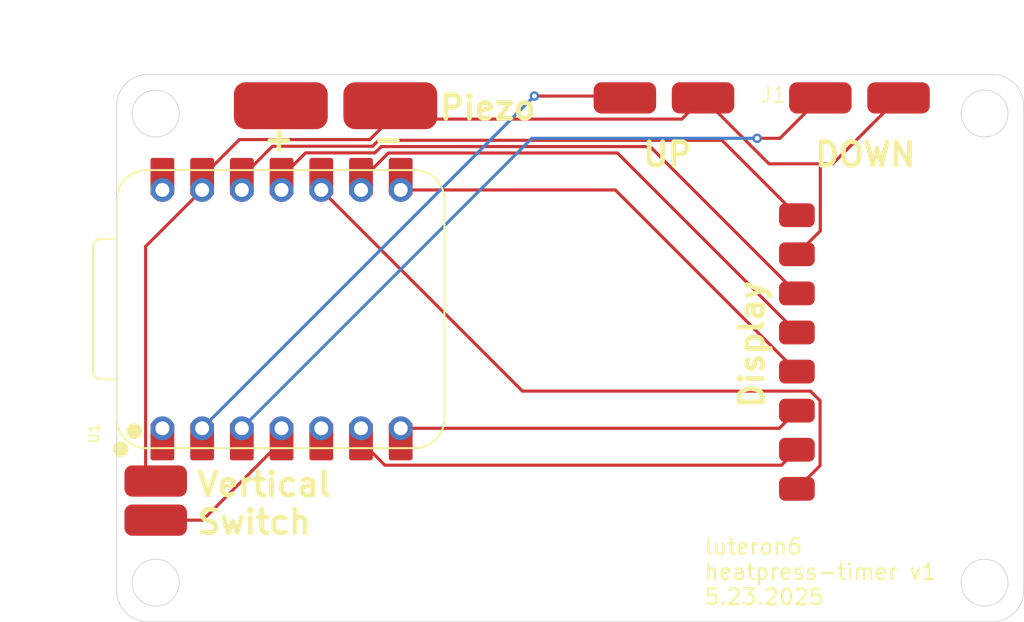
<source format=kicad_pcb>
(kicad_pcb (version 20240108) (generator "pcbnew") (generator_version "8.0")
  (layers (0 "F.Cu" signal) (31 "B.Cu" signal) (34 "B.Paste" user) (35 "F.Paste" user) (36 "B.SilkS" user "B.Silkscreen") (37 "F.SilkS" user "F.Silkscreen") (38 "B.Mask" user) (39 "F.Mask" user) (44 "Edge.Cuts" user))
  (net 0 "")
  (net 1 "TRIG")
  (net 2 "GND")
  (net 3 "DC")
  (net 4 "UP")
  (net 5 "PIEZO")
  (net 6 "CLK")
  (net 7 "BL")
  (net 8 "RST")
  (net 9 "DIN")
  (net 10 "CS")
  (net 11 "VCC")
  (net 12 "DWN")
  (net 13 "unconnected-(U1-VBUS-Pad14)")
  (net 14 "unconnected-(U1-GPIO0{slash}A0{slash}D0-Pad1)")
  (net 15 "unconnected-(U1-GPIO22{slash}D4{slash}SDA-Pad5)")
  (footprint "custom-library:2-pin pads" (layer "F.Cu") (at 85.5 46.5)
    (property "Reference" "SW1")
    (property "Value" "Switch")
    (pad "1" smd roundrect (at -3 5 90) (size 2 4) (layers "F.Cu" "F.Paste" "F.Mask") (net 4 "UP"))
    (pad "2" smd roundrect (at 2 5 90) (size 2 4) (layers "F.Cu" "F.Paste" "F.Mask") (net 2 "GND"))
  )
  (footprint "custom-library:Buzzer" (layer "F.Cu") (at 64.5 47)
    (property "Reference" "J2")
    (property "Value" "Piezo")
    (pad "1" smd roundrect (at -4 5 90) (size 3 6) (layers "F.Cu" "F.Paste" "F.Mask") (net 5 "PIEZO"))
    (pad "2" smd roundrect (at 3 5 90) (size 3 6) (layers "F.Cu" "F.Paste" "F.Mask") (net 2 "GND"))
  )
  (footprint "custom-library:8-pin pads" (layer "F.Cu") (at 92 65.5)
    (property "Reference" "J1" (at 0 -14.2 0) (layer "F.SilkS") (effects (font (thickness 0.1))))
    (property "Value" "2\" SPI ST7789VW Display")
    (pad "1" smd roundrect (at 1.5 -6.5) (size 2.286 1.524) (layers "F.Cu" "F.Paste" "F.Mask") (net 11 "VCC"))
    (pad "2" smd roundrect (at 1.5 -4) (size 2.286 1.524) (layers "F.Cu" "F.Paste" "F.Mask") (net 2 "GND"))
    (pad "3" smd roundrect (at 1.5 -1.5) (size 2.286 1.524) (layers "F.Cu" "F.Paste" "F.Mask") (net 9 "DIN"))
    (pad "4" smd roundrect (at 1.5 1) (size 2.286 1.524) (layers "F.Cu" "F.Paste" "F.Mask") (net 6 "CLK"))
    (pad "5" smd roundrect (at 1.5 3.5) (size 2.286 1.524) (layers "F.Cu" "F.Paste" "F.Mask") (net 10 "CS"))
    (pad "6" smd roundrect (at 1.5 6) (size 2.286 1.524) (layers "F.Cu" "F.Paste" "F.Mask") (net 3 "DC"))
    (pad "7" smd roundrect (at 1.5 8.5) (size 2.286 1.524) (layers "F.Cu" "F.Paste" "F.Mask") (net 8 "RST"))
    (pad "8" smd roundrect (at 1.5 11) (size 2.286 1.524) (layers "F.Cu" "F.Paste" "F.Mask") (net 7 "BL"))
  )
  (footprint "Seeed Studio XIAO Series Library:XIAO-ESP32C6-DIP" (layer "F.Cu") (at 60.5461 64.9619 90)
    (property "Reference" "U1" (at -8 -12 90) (layer "F.SilkS") (effects (font (size 0.635 0.635) (thickness 0.1016))))
    (property "Value" "XIAO-ESP32-C6")
    (fp_line (start -4.036272 -12.051) (end 3.959 -12.051) (stroke (width 0.127)) (layer "F.SilkS"))
    (fp_line (start 4.459 -11.551) (end 4.459 -10.541) (stroke (width 0.127)) (layer "F.SilkS"))
    (fp_line (start 6.94 -10.541) (end -7.03 -10.541) (stroke (width 0.1)) (layer "F.SilkS"))
    (fp_line (start 6.94 -10.541) (end -7.03 -10.541) (stroke (width 0.127)) (layer "F.SilkS"))
    (fp_line (start -4.54 -10.541) (end -4.536272 -11.551272) (stroke (width 0.127)) (layer "F.SilkS"))
    (fp_line (start 8.845 8.509) (end 8.845 -8.636) (stroke (width 0.127)) (layer "F.SilkS"))
    (fp_line (start -8.935 8.509) (end -8.935 -8.636) (stroke (width 0.127)) (layer "F.SilkS"))
    (fp_line (start -7.03 10.414) (end 6.94 10.414) (stroke (width 0.127)) (layer "F.SilkS"))
    (fp_arc (start 3.959 -12.051) (mid 4.312553 -11.904553) (end 4.459 -11.551) (stroke (width 0.127)) (layer "F.SilkS"))
    (fp_arc (start -4.536272 -11.551272) (mid -4.389724 -11.904644) (end -4.036272 -12.051) (stroke (width 0.127)) (layer "F.SilkS"))
    (fp_arc (start 6.94 -10.541) (mid 8.287038 -9.983038) (end 8.845 -8.636) (stroke (width 0.127)) (layer "F.SilkS"))
    (fp_arc (start -8.935 -8.636) (mid -8.377038 -9.983038) (end -7.03 -10.541) (stroke (width 0.127)) (layer "F.SilkS"))
    (fp_arc (start 8.845 8.509) (mid 8.287038 9.856038) (end 6.94 10.414) (stroke (width 0.127)) (layer "F.SilkS"))
    (fp_arc (start -7.03 10.414) (mid -8.377038 9.856038) (end -8.935 8.509) (stroke (width 0.127)) (layer "F.SilkS"))
    (fp_circle (center -8.995 -10.3) (end -8.995 -10.554) (stroke (width 0.5)) (fill solid) (layer "F.SilkS"))
    (fp_circle (center -7.852 -9.42) (end -7.852 -9.674) (stroke (width 0.5)) (fill solid) (layer "F.SilkS"))
    (pad "1" smd roundrect (at -8.5 -7.62 270) (size 2.432 1.524) (layers "F.Cu" "F.Mask") (roundrect_rratio 0.1) (net 14 "unconnected-(U1-GPIO0{slash}A0{slash}D0-Pad1)"))
    (pad "1" thru_hole circle (at -7.665 -7.62 270) (size 1.524 1.524) (drill 0.889) (layers "*.Cu" "*.Mask") (net 14 "unconnected-(U1-GPIO0{slash}A0{slash}D0-Pad1)"))
    (pad "2" smd roundrect (at -8.5 -5.08 270) (size 2.432 1.524) (layers "F.Cu" "F.Mask") (roundrect_rratio 0.1) (net 4 "UP"))
    (pad "2" thru_hole circle (at -7.665 -5.08 270) (size 1.524 1.524) (drill 0.889) (layers "*.Cu" "*.Mask") (net 4 "UP"))
    (pad "3" smd roundrect (at -8.5 -2.54 270) (size 2.432 1.524) (layers "F.Cu" "F.Mask") (roundrect_rratio 0.1) (net 12 "DWN"))
    (pad "3" thru_hole circle (at -7.665 -2.54 270) (size 1.524 1.524) (drill 0.889) (layers "*.Cu" "*.Mask") (net 12 "DWN"))
    (pad "4" smd roundrect (at -8.5 0 270) (size 2.432 1.524) (layers "F.Cu" "F.Mask") (roundrect_rratio 0.1) (net 1 "TRIG"))
    (pad "4" thru_hole circle (at -7.665 0 270) (size 1.524 1.524) (drill 0.889) (layers "*.Cu" "*.Mask") (net 1 "TRIG"))
    (pad "5" smd roundrect (at -8.5 2.54 270) (size 2.432 1.524) (layers "F.Cu" "F.Mask") (roundrect_rratio 0.1) (net 15 "unconnected-(U1-GPIO22{slash}D4{slash}SDA-Pad5)"))
    (pad "5" thru_hole circle (at -7.665 2.54 270) (size 1.524 1.524) (drill 0.889) (layers "*.Cu" "*.Mask") (net 15 "unconnected-(U1-GPIO22{slash}D4{slash}SDA-Pad5)"))
    (pad "6" smd roundrect (at -8.5 5.08 270) (size 2.432 1.524) (layers "F.Cu" "F.Mask") (roundrect_rratio 0.1) (net 8 "RST"))
    (pad "6" thru_hole circle (at -7.665 5.08 270) (size 1.524 1.524) (drill 0.889) (layers "*.Cu" "*.Mask") (net 8 "RST"))
    (pad "7" smd roundrect (at -8.5 7.62 270) (size 2.432 1.524) (layers "F.Cu" "F.Mask") (roundrect_rratio 0.1) (net 3 "DC"))
    (pad "7" thru_hole circle (at -7.665 7.62 270) (size 1.524 1.524) (drill 0.889) (layers "*.Cu" "*.Mask") (net 3 "DC"))
    (pad "8" thru_hole circle (at 7.575 7.62 90) (size 1.524 1.524) (drill 0.889) (layers "*.Cu" "*.Mask") (net 10 "CS"))
    (pad "8" smd roundrect (at 8.41 7.62 90) (size 2.432 1.524) (layers "F.Cu" "F.Mask") (roundrect_rratio 0.1) (net 10 "CS"))
    (pad "9" thru_hole circle (at 7.575 5.08 90) (size 1.524 1.524) (drill 0.889) (layers "*.Cu" "*.Mask") (net 6 "CLK"))
    (pad "9" smd roundrect (at 8.41 5.08 90) (size 2.432 1.524) (layers "F.Cu" "F.Mask") (roundrect_rratio 0.1) (net 6 "CLK"))
    (pad "10" thru_hole circle (at 7.575 2.54 90) (size 1.524 1.524) (drill 0.889) (layers "*.Cu" "*.Mask") (net 7 "BL"))
    (pad "10" smd roundrect (at 8.41 2.54 90) (size 2.432 1.524) (layers "F.Cu" "F.Mask") (roundrect_rratio 0.1) (net 7 "BL"))
    (pad "11" thru_hole circle (at 7.575 0 90) (size 1.524 1.524) (drill 0.889) (layers "*.Cu" "*.Mask") (net 9 "DIN"))
    (pad "11" smd roundrect (at 8.41 0 90) (size 2.432 1.524) (layers "F.Cu" "F.Mask") (roundrect_rratio 0.1) (net 9 "DIN"))
    (pad "12" thru_hole circle (at 7.575 -2.54 90) (size 1.524 1.524) (drill 0.889) (layers "*.Cu" "*.Mask") (net 11 "VCC"))
    (pad "12" smd roundrect (at 8.41 -2.54 90) (size 2.432 1.524) (layers "F.Cu" "F.Mask") (roundrect_rratio 0.1) (net 11 "VCC"))
    (pad "13" thru_hole circle (at 7.575 -5.08 90) (size 1.524 1.524) (drill 0.889) (layers "*.Cu" "*.Mask") (net 2 "GND"))
    (pad "13" smd roundrect (at 8.41 -5.08 90) (size 2.432 1.524) (layers "F.Cu" "F.Mask") (roundrect_rratio 0.1) (net 2 "GND"))
    (pad "14" thru_hole circle (at 7.575 -7.62 90) (size 1.524 1.524) (drill 0.889) (layers "*.Cu" "*.Mask") (net 13 "unconnected-(U1-VBUS-Pad14)"))
    (pad "14" smd roundrect (at 8.41 -7.62 90) (size 2.432 1.524) (layers "F.Cu" "F.Mask") (roundrect_rratio 0.1) (net 13 "unconnected-(U1-VBUS-Pad14)"))
  )
  (footprint "custom-library:Vertical Switch" (layer "F.Cu") (at 50.5 71)
    (property "Reference" "SW3")
    (property "Value" "Vertical Limit Switch")
    (pad "1" smd roundrect (at 2 7.5 90) (size 2 4) (layers "F.Cu" "F.Paste" "F.Mask") (net 1 "TRIG"))
    (pad "2" smd roundrect (at 2 5 90) (size 2 4) (layers "F.Cu" "F.Paste" "F.Mask") (net 2 "GND"))
  )
  (footprint "custom-library:2-pin pads" (layer "F.Cu") (at 98 46.5)
    (property "Reference" "SW2")
    (property "Value" "Switch")
    (pad "1" smd roundrect (at -3 5 90) (size 2 4) (layers "F.Cu" "F.Paste" "F.Mask") (net 12 "DWN"))
    (pad "2" smd roundrect (at 2 5 90) (size 2 4) (layers "F.Cu" "F.Paste" "F.Mask") (net 2 "GND"))
  )
  (gr_circle (center 52.5 82.5) (end 54 82.5) (stroke (width 0.05)) (fill none) (layer "Edge.Cuts"))
  (gr_circle (center 52.5 52.5) (end 54 52.5) (stroke (width 0.05)) (fill none) (layer "Edge.Cuts"))
  (gr_arc (start 106 50) (mid 107.414214 50.585786) (end 108 52) (stroke (width 0.05)) (layer "Edge.Cuts"))
  (gr_line (start 50 83) (end 50 52) (stroke (width 0.05)) (layer "Edge.Cuts"))
  (gr_circle (center 105.5 52.5) (end 107 52.5) (stroke (width 0.05)) (fill none) (layer "Edge.Cuts"))
  (gr_line (start 108 52) (end 108 83) (stroke (width 0.05)) (layer "Edge.Cuts"))
  (gr_arc (start 108 83) (mid 107.414214 84.414214) (end 106 85) (stroke (width 0.05)) (layer "Edge.Cuts"))
  (gr_arc (start 50 52) (mid 50.585786 50.585786) (end 52 50) (stroke (width 0.05)) (layer "Edge.Cuts"))
  (gr_arc (start 52 85) (mid 50.585786 84.414214) (end 50 83) (stroke (width 0.05)) (layer "Edge.Cuts"))
  (gr_line (start 52 50) (end 106 50) (stroke (width 0.05)) (layer "Edge.Cuts"))
  (gr_line (start 106 85) (end 52 85) (stroke (width 0.05)) (layer "Edge.Cuts"))
  (gr_circle (center 105.5 82.5) (end 107 82.5) (stroke (width 0.05)) (fill none) (layer "Edge.Cuts"))
  (gr_text "Display" (at 91.5 71.5 90) (layer "F.SilkS") (effects (font (size 1.5 1.5) (thickness 0.3) (bold yes)) (justify left bottom)))
  (gr_text "DOWN" (at 94.5 56 0) (layer "F.SilkS") (effects (font (size 1.5 1.5) (thickness 0.3) (bold yes)) (justify left bottom)))
  (gr_text "UP" (at 83.5 56 -0) (layer "F.SilkS") (effects (font (size 1.5 1.5) (thickness 0.3) (bold yes)) (justify left bottom)))
  (gr_text "-" (at 68.5 55 0) (layer "F.SilkS") (effects (font (size 1.5 1.5) (thickness 0.3) (bold yes)) (justify left bottom mirror)))
  (gr_text "+" (at 61.5 55 0) (layer "F.SilkS") (effects (font (size 1.5 1.5) (thickness 0.3) (bold yes)) (justify left bottom mirror)))
  (gr_text "luteron6\nheatpress-timer v1\n5.23.2025" (at 87.5 84 0) (layer "F.SilkS") (effects (font (size 1 1)) (justify left bottom)))
  (gr_text "Piezo" (at 70.5 53 0) (layer "F.SilkS") (effects (font (size 1.5 1.5) (thickness 0.3) (bold yes)) (justify left bottom)))
  (gr_text "Vertical\nSwitch" (at 55 79.5 0) (layer "F.SilkS") (effects (font (size 1.5 1.5) (thickness 0.3) (bold yes)) (justify left bottom)))
  (segment (start 60.5461 72.6269) (end 60.5461 73.4619) (width 0.2) (layer "F.Cu") (net 1))
  (segment (start 52.5 78.5) (end 55.508 78.5) (width 0.2) (layer "F.Cu") (net 1))
  (segment (start 55.508 78.5) (end 60.5461 73.4619) (width 0.2) (layer "F.Cu") (net 1))
  (segment (start 66.1909 54.1641) (end 57.8539 54.1641) (width 0.2) (layer "F.Cu") (net 2))
  (segment (start 94.9991 60.0009) (end 93.5 61.5) (width 0.2) (layer "F.Cu") (net 2))
  (segment (start 94.9991 55.7157) (end 91.7157 55.7157) (width 0.2) (layer "F.Cu") (net 2))
  (segment (start 91.7157 55.7157) (end 87.5 51.5) (width 0.2) (layer "F.Cu") (net 2))
  (segment (start 51.8539 75.3539) (end 51.8539 60.9991) (width 0.2) (layer "F.Cu") (net 2))
  (segment (start 86.145 52.855) (end 87.5 51.5) (width 0.2) (layer "F.Cu") (net 2))
  (segment (start 67.5 52.855) (end 66.1909 54.1641) (width 0.2) (layer "F.Cu") (net 2))
  (segment (start 94.9991 55.7157) (end 94.9991 60.0009) (width 0.2) (layer "F.Cu") (net 2))
  (segment (start 52.5 76) (end 51.8539 75.3539) (width 0.2) (layer "F.Cu") (net 2))
  (segment (start 67.5 52.855) (end 67.5 52) (width 0.2) (layer "F.Cu") (net 2))
  (segment (start 100 51.5) (end 95.7843 55.7157) (width 0.2) (layer "F.Cu") (net 2))
  (segment (start 55.4661 57.3869) (end 55.4661 56.5519) (width 0.2) (layer "F.Cu") (net 2))
  (segment (start 57.8539 54.1641) (end 55.4661 56.5519) (width 0.2) (layer "F.Cu") (net 2))
  (segment (start 95.7843 55.7157) (end 94.9991 55.7157) (width 0.2) (layer "F.Cu") (net 2))
  (segment (start 67.5 52.855) (end 86.145 52.855) (width 0.2) (layer "F.Cu") (net 2))
  (segment (start 51.8539 60.9991) (end 55.4661 57.3869) (width 0.2) (layer "F.Cu") (net 2))
  (segment (start 92.3731 72.6269) (end 93.5 71.5) (width 0.2) (layer "F.Cu") (net 3))
  (segment (start 68.1661 72.6269) (end 92.3731 72.6269) (width 0.2) (layer "F.Cu") (net 3))
  (segment (start 68.1661 72.6269) (end 68.1661 73.4619) (width 0.2) (layer "F.Cu") (net 3))
  (segment (start 55.4661 73.4619) (end 55.4661 72.6269) (width 0.2) (layer "F.Cu") (net 4))
  (segment (start 82.3825 51.3825) (end 76.7105 51.3825) (width 0.2) (layer "F.Cu") (net 4))
  (segment (start 82.5 51.5) (end 82.3825 51.3825) (width 0.2) (layer "F.Cu") (net 4))
  (via (at 76.7105 51.3825) (size 0.6) (drill 0.3) (layers "F.Cu" "B.Cu") (net 4))
  (segment (start 55.4661 72.6269) (end 76.7105 51.3825) (width 0.2) (layer "B.Cu") (net 4))
  (segment (start 82.0238 55.0238) (end 93.5 66.5) (width 0.2) (layer "F.Cu") (net 6))
  (segment (start 65.6261 56.8064) (end 65.6261 56.7756) (width 0.2) (layer "F.Cu") (net 6))
  (segment (start 67.3779 55.0238) (end 82.0238 55.0238) (width 0.2) (layer "F.Cu") (net 6))
  (segment (start 65.6261 56.7756) (end 67.3779 55.0238) (width 0.2) (layer "F.Cu") (net 6))
  (segment (start 65.6261 56.8064) (end 65.6261 57.3869) (width 0.2) (layer "F.Cu") (net 6))
  (segment (start 65.6261 56.5519) (end 65.6261 56.8064) (width 0.2) (layer "F.Cu") (net 6))
  (segment (start 94.3696 70.25) (end 75.9492 70.25) (width 0.2) (layer "F.Cu") (net 7))
  (segment (start 75.9492 70.25) (end 63.0861 57.3869) (width 0.2) (layer "F.Cu") (net 7))
  (segment (start 94.9837 70.8641) (end 94.3696 70.25) (width 0.2) (layer "F.Cu") (net 7))
  (segment (start 94.9837 75.0163) (end 94.9837 70.8641) (width 0.2) (layer "F.Cu") (net 7))
  (segment (start 93.5 76.5) (end 94.9837 75.0163) (width 0.2) (layer "F.Cu") (net 7))
  (segment (start 63.0861 56.5519) (end 63.0861 57.3869) (width 0.2) (layer "F.Cu") (net 7))
  (segment (start 65.6261 73.4619) (end 67.1517 74.9875) (width 0.2) (layer "F.Cu") (net 8))
  (segment (start 92.5125 74.9875) (end 93.5 74) (width 0.2) (layer "F.Cu") (net 8))
  (segment (start 67.1517 74.9875) (end 92.5125 74.9875) (width 0.2) (layer "F.Cu") (net 8))
  (segment (start 65.6261 72.6269) (end 65.6261 73.4619) (width 0.2) (layer "F.Cu") (net 8))
  (segment (start 84.1123 54.6123) (end 66.9197 54.6123) (width 0.2) (layer "F.Cu") (net 9))
  (segment (start 60.5461 57.3869) (end 60.5461 56.5519) (width 0.2) (layer "F.Cu") (net 9))
  (segment (start 62.084 55.014) (end 60.5461 56.5519) (width 0.2) (layer "F.Cu") (net 9))
  (segment (start 66.9197 54.6123) (end 66.518 55.014) (width 0.2) (layer "F.Cu") (net 9))
  (segment (start 66.518 55.014) (end 62.084 55.014) (width 0.2) (layer "F.Cu") (net 9))
  (segment (start 93.5 64) (end 84.1123 54.6123) (width 0.2) (layer "F.Cu") (net 9))
  (segment (start 68.1661 56.5519) (end 68.1661 57.3869) (width 0.2) (layer "F.Cu") (net 10))
  (segment (start 81.8869 57.3869) (end 93.5 69) (width 0.2) (layer "F.Cu") (net 10))
  (segment (start 68.1661 57.3869) (end 81.8869 57.3869) (width 0.2) (layer "F.Cu") (net 10))
  (segment (start 59.9652 54.5928) (end 58.0061 56.5519) (width 0.2) (layer "F.Cu") (net 11))
  (segment (start 58.0061 56.5519) (end 58.0061 57.3869) (width 0.2) (layer "F.Cu") (net 11))
  (segment (start 66.7513 54.2106) (end 66.3691 54.5928) (width 0.2) (layer "F.Cu") (net 11))
  (segment (start 88.7106 54.2106) (end 66.7513 54.2106) (width 0.2) (layer "F.Cu") (net 11))
  (segment (start 66.3691 54.5928) (end 59.9652 54.5928) (width 0.2) (layer "F.Cu") (net 11))
  (segment (start 93.5 59) (end 88.7106 54.2106) (width 0.2) (layer "F.Cu") (net 11))
  (segment (start 92.4155 54.0845) (end 90.961 54.0845) (width 0.2) (layer "F.Cu") (net 12))
  (segment (start 95 51.5) (end 92.4155 54.0845) (width 0.2) (layer "F.Cu") (net 12))
  (segment (start 58.0061 72.6269) (end 58.0061 73.4619) (width 0.2) (layer "F.Cu") (net 12))
  (via (at 90.961 54.0845) (size 0.6) (drill 0.3) (layers "F.Cu" "B.Cu") (net 12))
  (segment (start 58.0061 72.6269) (end 76.5485 54.0845) (width 0.2) (layer "B.Cu") (net 12))
  (segment (start 76.5485 54.0845) (end 90.961 54.0845) (width 0.2) (layer "B.Cu") (net 12))
  (segment (start 52.9261 56.5519) (end 52.9261 57.3869) (width 0.2) (layer "F.Cu") (net 13))
  (segment (start 52.9261 72.6269) (end 52.9261 73.4619) (width 0.2) (layer "F.Cu") (net 14))
  (segment (start 63.0861 72.6269) (end 63.0861 73.4619) (width 0.2) (layer "F.Cu") (net 15))
)
</source>
